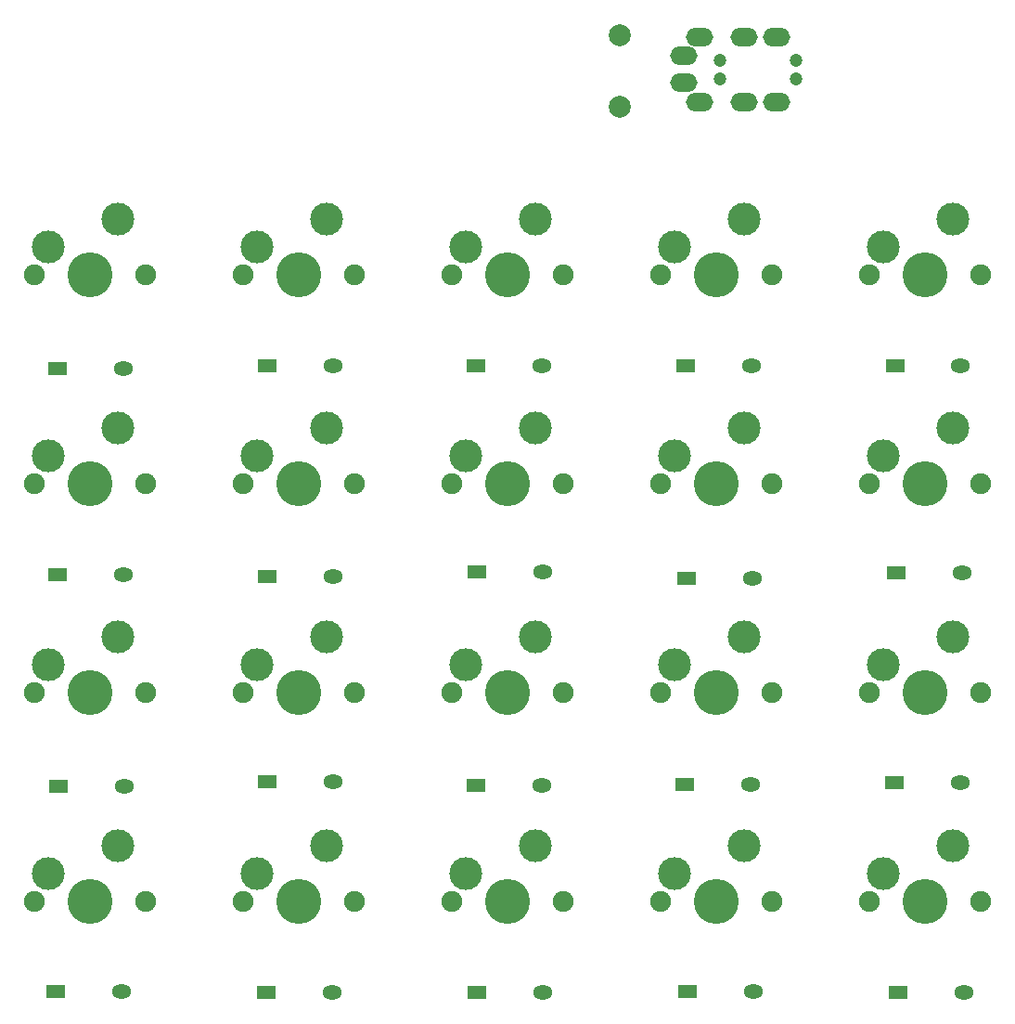
<source format=gts>
%TF.GenerationSoftware,KiCad,Pcbnew,7.0.1-0*%
%TF.CreationDate,2023-08-16T18:45:31+09:00*%
%TF.ProjectId,jisaku20_right,6a697361-6b75-4323-905f-72696768742e,rev?*%
%TF.SameCoordinates,Original*%
%TF.FileFunction,Soldermask,Top*%
%TF.FilePolarity,Negative*%
%FSLAX46Y46*%
G04 Gerber Fmt 4.6, Leading zero omitted, Abs format (unit mm)*
G04 Created by KiCad (PCBNEW 7.0.1-0) date 2023-08-16 18:45:31*
%MOMM*%
%LPD*%
G01*
G04 APERTURE LIST*
%ADD10C,1.900000*%
%ADD11C,3.000000*%
%ADD12C,4.100000*%
%ADD13C,1.200000*%
%ADD14O,2.500000X1.700000*%
%ADD15R,1.778000X1.300000*%
%ADD16O,1.778000X1.300000*%
%ADD17C,2.000000*%
G04 APERTURE END LIST*
D10*
%TO.C,SW15*%
X71120000Y-38100000D03*
D11*
X72390000Y-35560000D03*
D12*
X76200000Y-38100000D03*
D11*
X78740000Y-33020000D03*
D10*
X81280000Y-38100000D03*
%TD*%
%TO.C,SW1*%
X-5080000Y0D03*
D11*
X-3810000Y2540000D03*
D12*
X0Y0D03*
D11*
X2540000Y5080000D03*
D10*
X5080000Y0D03*
%TD*%
%TO.C,SW14*%
X52070000Y-38100000D03*
D11*
X53340000Y-35560000D03*
D12*
X57150000Y-38100000D03*
D11*
X59690000Y-33020000D03*
D10*
X62230000Y-38100000D03*
%TD*%
%TO.C,SW2*%
X13970000Y0D03*
D11*
X15240000Y2540000D03*
D12*
X19050000Y0D03*
D11*
X21590000Y5080000D03*
D10*
X24130000Y0D03*
%TD*%
%TO.C,SW17*%
X13970000Y-57150000D03*
D11*
X15240000Y-54610000D03*
D12*
X19050000Y-57150000D03*
D11*
X21590000Y-52070000D03*
D10*
X24130000Y-57150000D03*
%TD*%
%TO.C,SW5*%
X71120000Y0D03*
D11*
X72390000Y2540000D03*
D12*
X76200000Y0D03*
D11*
X78740000Y5080000D03*
D10*
X81280000Y0D03*
%TD*%
%TO.C,SW7*%
X13970000Y-19050000D03*
D11*
X15240000Y-16510000D03*
D12*
X19050000Y-19050000D03*
D11*
X21590000Y-13970000D03*
D10*
X24130000Y-19050000D03*
%TD*%
%TO.C,SW20*%
X71120000Y-57150000D03*
D11*
X72390000Y-54610000D03*
D12*
X76200000Y-57150000D03*
D11*
X78740000Y-52070000D03*
D10*
X81280000Y-57150000D03*
%TD*%
%TO.C,SW8*%
X33020000Y-19050000D03*
D11*
X34290000Y-16510000D03*
D12*
X38100000Y-19050000D03*
D11*
X40640000Y-13970000D03*
D10*
X43180000Y-19050000D03*
%TD*%
%TO.C,SW10*%
X71120000Y-19050000D03*
D11*
X72390000Y-16510000D03*
D12*
X76200000Y-19050000D03*
D11*
X78740000Y-13970000D03*
D10*
X81280000Y-19050000D03*
%TD*%
%TO.C,SW3*%
X33020000Y0D03*
D11*
X34290000Y2540000D03*
D12*
X38100000Y0D03*
D11*
X40640000Y5080000D03*
D10*
X43180000Y0D03*
%TD*%
%TO.C,SW16*%
X-5080000Y-57150000D03*
D11*
X-3810000Y-54610000D03*
D12*
X0Y-57150000D03*
D11*
X2540000Y-52070000D03*
D10*
X5080000Y-57150000D03*
%TD*%
%TO.C,SW18*%
X33020000Y-57150000D03*
D11*
X34290000Y-54610000D03*
D12*
X38100000Y-57150000D03*
D11*
X40640000Y-52070000D03*
D10*
X43180000Y-57150000D03*
%TD*%
%TO.C,SW12*%
X13970000Y-38100000D03*
D11*
X15240000Y-35560000D03*
D12*
X19050000Y-38100000D03*
D11*
X21590000Y-33020000D03*
D10*
X24130000Y-38100000D03*
%TD*%
%TO.C,SW9*%
X52070000Y-19050000D03*
D11*
X53340000Y-16510000D03*
D12*
X57150000Y-19050000D03*
D11*
X59690000Y-13970000D03*
D10*
X62230000Y-19050000D03*
%TD*%
%TO.C,SW11*%
X-5080000Y-38100000D03*
D11*
X-3810000Y-35560000D03*
D12*
X0Y-38100000D03*
D11*
X2540000Y-33020000D03*
D10*
X5080000Y-38100000D03*
%TD*%
%TO.C,SW6*%
X-5080000Y-19050000D03*
D11*
X-3810000Y-16510000D03*
D12*
X0Y-19050000D03*
D11*
X2540000Y-13970000D03*
D10*
X5080000Y-19050000D03*
%TD*%
%TO.C,SW4*%
X52070000Y0D03*
D11*
X53340000Y2540000D03*
D12*
X57150000Y0D03*
D11*
X59690000Y5080000D03*
D10*
X62230000Y0D03*
%TD*%
%TO.C,SW13*%
X33020000Y-38100000D03*
D11*
X34290000Y-35560000D03*
D12*
X38100000Y-38100000D03*
D11*
X40640000Y-33020000D03*
D10*
X43180000Y-38100000D03*
%TD*%
%TO.C,SW19*%
X52070000Y-57150000D03*
D11*
X53340000Y-54610000D03*
D12*
X57150000Y-57150000D03*
D11*
X59690000Y-52070000D03*
D10*
X62230000Y-57150000D03*
%TD*%
D13*
%TO.C,J1*%
X57430000Y17870000D03*
X64430000Y17870000D03*
X57430000Y19620000D03*
X64430000Y19620000D03*
D14*
X54130000Y17520000D03*
X54130000Y19970000D03*
X62630000Y15770000D03*
X62630000Y21720000D03*
X59630000Y15770000D03*
X59630000Y21720000D03*
X55630000Y15770000D03*
X55630000Y21720000D03*
%TD*%
D15*
%TO.C,D15*%
X73360000Y-46332500D03*
D16*
X79360000Y-46332500D03*
%TD*%
D15*
%TO.C,D11*%
X-2930000Y-46640000D03*
D16*
X3070000Y-46640000D03*
%TD*%
D15*
%TO.C,D4*%
X54330000Y-8240000D03*
D16*
X60330000Y-8240000D03*
%TD*%
D15*
%TO.C,D6*%
X-2950000Y-27340000D03*
D16*
X3050000Y-27340000D03*
%TD*%
D15*
%TO.C,D9*%
X54440000Y-27630000D03*
D16*
X60440000Y-27630000D03*
%TD*%
D15*
%TO.C,D8*%
X35310000Y-27050000D03*
D16*
X41310000Y-27050000D03*
%TD*%
D15*
%TO.C,D20*%
X73695000Y-65430000D03*
D16*
X79695000Y-65430000D03*
%TD*%
D15*
%TO.C,D17*%
X16061250Y-65430000D03*
D16*
X22061250Y-65430000D03*
%TD*%
D15*
%TO.C,D12*%
X16142500Y-46230000D03*
D16*
X22142500Y-46230000D03*
%TD*%
D15*
%TO.C,D10*%
X73570000Y-27195000D03*
D16*
X79570000Y-27195000D03*
%TD*%
D15*
%TO.C,D5*%
X73430000Y-8300000D03*
D16*
X79430000Y-8300000D03*
%TD*%
D15*
%TO.C,D13*%
X35215000Y-46537500D03*
D16*
X41215000Y-46537500D03*
%TD*%
D15*
%TO.C,D1*%
X-2970000Y-8510000D03*
D16*
X3030000Y-8510000D03*
%TD*%
D15*
%TO.C,D14*%
X54287500Y-46435000D03*
D16*
X60287500Y-46435000D03*
%TD*%
D15*
%TO.C,D7*%
X16180000Y-27485000D03*
D16*
X22180000Y-27485000D03*
%TD*%
D17*
%TO.C,SW21*%
X48360000Y15380000D03*
X48360000Y21880000D03*
%TD*%
D15*
%TO.C,D3*%
X35230000Y-8240000D03*
D16*
X41230000Y-8240000D03*
%TD*%
D15*
%TO.C,D19*%
X54483750Y-65300000D03*
D16*
X60483750Y-65300000D03*
%TD*%
D15*
%TO.C,D18*%
X35272500Y-65430000D03*
D16*
X41272500Y-65430000D03*
%TD*%
D15*
%TO.C,D16*%
X-3150000Y-65300000D03*
D16*
X2850000Y-65300000D03*
%TD*%
D15*
%TO.C,D2*%
X16130000Y-8240000D03*
D16*
X22130000Y-8240000D03*
%TD*%
M02*

</source>
